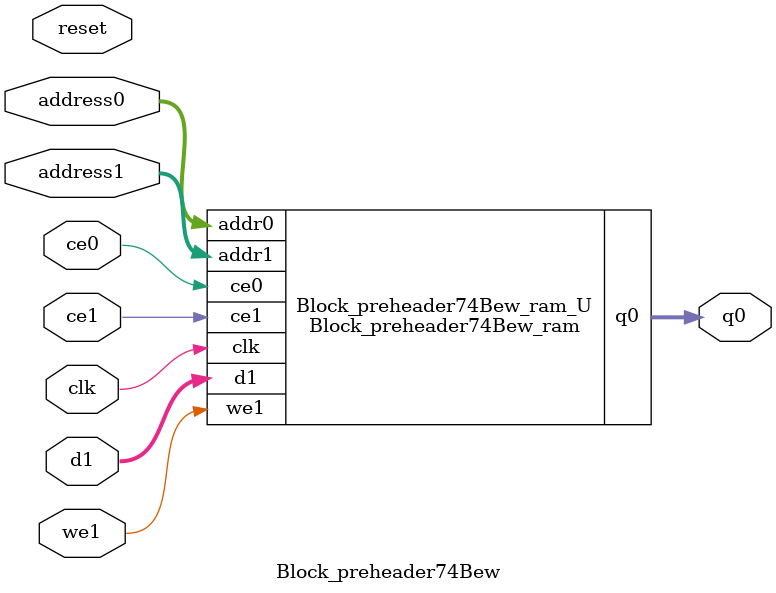
<source format=v>
`timescale 1 ns / 1 ps
module Block_preheader74Bew_ram (addr0, ce0, q0, addr1, ce1, d1, we1,  clk);

parameter DWIDTH = 5;
parameter AWIDTH = 12;
parameter MEM_SIZE = 2592;

input[AWIDTH-1:0] addr0;
input ce0;
output reg[DWIDTH-1:0] q0;
input[AWIDTH-1:0] addr1;
input ce1;
input[DWIDTH-1:0] d1;
input we1;
input clk;

(* ram_style = "block" *)reg [DWIDTH-1:0] ram[0:MEM_SIZE-1];




always @(posedge clk)  
begin 
    if (ce0) begin
        q0 <= ram[addr0];
    end
end


always @(posedge clk)  
begin 
    if (ce1) begin
        if (we1) 
            ram[addr1] <= d1; 
    end
end


endmodule

`timescale 1 ns / 1 ps
module Block_preheader74Bew(
    reset,
    clk,
    address0,
    ce0,
    q0,
    address1,
    ce1,
    we1,
    d1);

parameter DataWidth = 32'd5;
parameter AddressRange = 32'd2592;
parameter AddressWidth = 32'd12;
input reset;
input clk;
input[AddressWidth - 1:0] address0;
input ce0;
output[DataWidth - 1:0] q0;
input[AddressWidth - 1:0] address1;
input ce1;
input we1;
input[DataWidth - 1:0] d1;



Block_preheader74Bew_ram Block_preheader74Bew_ram_U(
    .clk( clk ),
    .addr0( address0 ),
    .ce0( ce0 ),
    .q0( q0 ),
    .addr1( address1 ),
    .ce1( ce1 ),
    .we1( we1 ),
    .d1( d1 ));

endmodule


</source>
